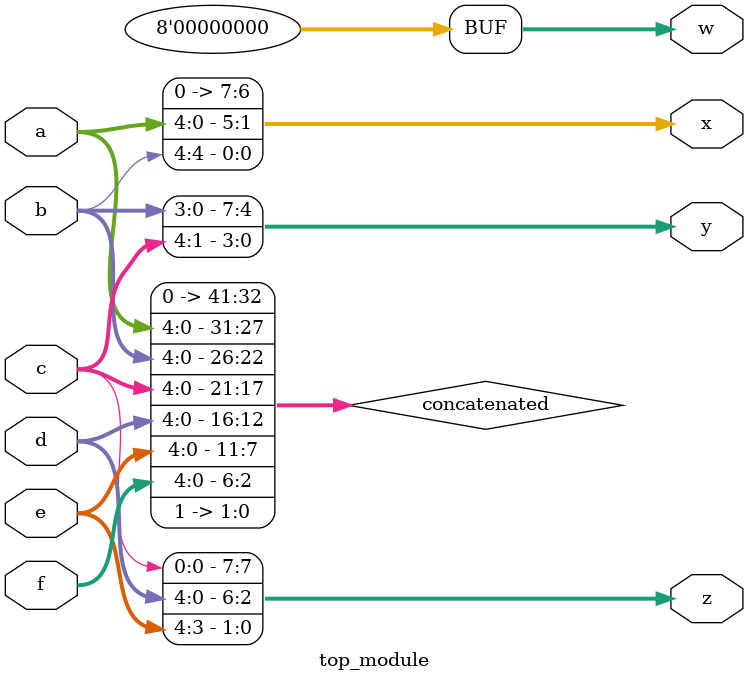
<source format=sv>
module top_module (
    input [4:0] a,
    input [4:0] b,
    input [4:0] c,
    input [4:0] d,
    input [4:0] e,
    input [4:0] f,
    output [7:0] w,
    output [7:0] x,
    output [7:0] y,
    output [7:0] z
);
    wire [41:0] concatenated;

    assign concatenated = {a, b, c, d, e, f, 2'b11};

    assign w = concatenated[41:34];
    assign x = concatenated[33:26];
    assign y = concatenated[25:18];
    assign z = concatenated[17:10];
    
endmodule

</source>
